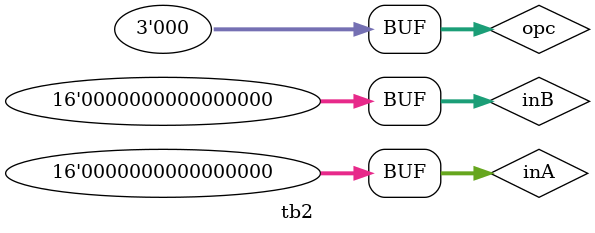
<source format=v>
`timescale 1ns/1ns

module tb2 ();
    reg [15:0]inA, inB;
    reg inc;
    reg [2:0]opc = 3'b0;
    wire zer , neg;
    wire [15:0]w;
    //for synthesized 
    wire syzer , syneg;
    wire [15:0]syw;

    ALU_2 q2(.inA(inA) , .inB(inB) , .inc(inc) , .opc(opc) , .zer(zer) , .neg(neg) , .w(w));
    SY_ALU_2 syq2(.inA(inA) , .inB(inB) , .inc(inc) , .opc(opc) , .zer(syzer) , .neg(syneg) , .w(syw));

    //at the same time
    initial {inA , inB , inc} = $random;
    initial repeat (8) #1000 opc = opc + 3'b001;
    initial repeat (8) #1000 {inA , inB , inc} = $random;

endmodule
</source>
